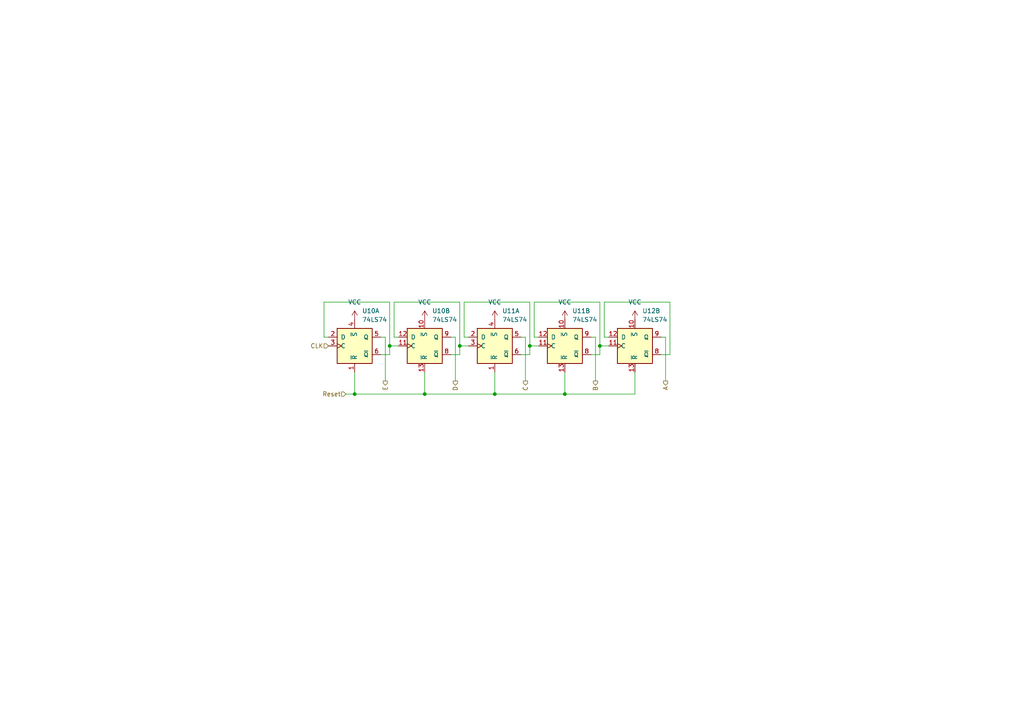
<source format=kicad_sch>
(kicad_sch
	(version 20250114)
	(generator "eeschema")
	(generator_version "9.0")
	(uuid "2ea0c425-7a21-43fb-96a5-dbde9ea3c233")
	(paper "A4")
	(lib_symbols
		(symbol "74xx:74LS74"
			(pin_names
				(offset 1.016)
			)
			(exclude_from_sim no)
			(in_bom yes)
			(on_board yes)
			(property "Reference" "U"
				(at -7.62 8.89 0)
				(effects
					(font
						(size 1.27 1.27)
					)
				)
			)
			(property "Value" "74LS74"
				(at -7.62 -8.89 0)
				(effects
					(font
						(size 1.27 1.27)
					)
				)
			)
			(property "Footprint" ""
				(at 0 0 0)
				(effects
					(font
						(size 1.27 1.27)
					)
					(hide yes)
				)
			)
			(property "Datasheet" "74xx/74hc_hct74.pdf"
				(at 0 0 0)
				(effects
					(font
						(size 1.27 1.27)
					)
					(hide yes)
				)
			)
			(property "Description" "Dual D Flip-flop, Set & Reset"
				(at 0 0 0)
				(effects
					(font
						(size 1.27 1.27)
					)
					(hide yes)
				)
			)
			(property "ki_locked" ""
				(at 0 0 0)
				(effects
					(font
						(size 1.27 1.27)
					)
				)
			)
			(property "ki_keywords" "TTL DFF"
				(at 0 0 0)
				(effects
					(font
						(size 1.27 1.27)
					)
					(hide yes)
				)
			)
			(property "ki_fp_filters" "DIP*W7.62mm*"
				(at 0 0 0)
				(effects
					(font
						(size 1.27 1.27)
					)
					(hide yes)
				)
			)
			(symbol "74LS74_1_0"
				(pin input line
					(at -7.62 2.54 0)
					(length 2.54)
					(name "D"
						(effects
							(font
								(size 1.27 1.27)
							)
						)
					)
					(number "2"
						(effects
							(font
								(size 1.27 1.27)
							)
						)
					)
				)
				(pin input clock
					(at -7.62 0 0)
					(length 2.54)
					(name "C"
						(effects
							(font
								(size 1.27 1.27)
							)
						)
					)
					(number "3"
						(effects
							(font
								(size 1.27 1.27)
							)
						)
					)
				)
				(pin input line
					(at 0 7.62 270)
					(length 2.54)
					(name "~{S}"
						(effects
							(font
								(size 1.27 1.27)
							)
						)
					)
					(number "4"
						(effects
							(font
								(size 1.27 1.27)
							)
						)
					)
				)
				(pin input line
					(at 0 -7.62 90)
					(length 2.54)
					(name "~{R}"
						(effects
							(font
								(size 1.27 1.27)
							)
						)
					)
					(number "1"
						(effects
							(font
								(size 1.27 1.27)
							)
						)
					)
				)
				(pin output line
					(at 7.62 2.54 180)
					(length 2.54)
					(name "Q"
						(effects
							(font
								(size 1.27 1.27)
							)
						)
					)
					(number "5"
						(effects
							(font
								(size 1.27 1.27)
							)
						)
					)
				)
				(pin output line
					(at 7.62 -2.54 180)
					(length 2.54)
					(name "~{Q}"
						(effects
							(font
								(size 1.27 1.27)
							)
						)
					)
					(number "6"
						(effects
							(font
								(size 1.27 1.27)
							)
						)
					)
				)
			)
			(symbol "74LS74_1_1"
				(rectangle
					(start -5.08 5.08)
					(end 5.08 -5.08)
					(stroke
						(width 0.254)
						(type default)
					)
					(fill
						(type background)
					)
				)
			)
			(symbol "74LS74_2_0"
				(pin input line
					(at -7.62 2.54 0)
					(length 2.54)
					(name "D"
						(effects
							(font
								(size 1.27 1.27)
							)
						)
					)
					(number "12"
						(effects
							(font
								(size 1.27 1.27)
							)
						)
					)
				)
				(pin input clock
					(at -7.62 0 0)
					(length 2.54)
					(name "C"
						(effects
							(font
								(size 1.27 1.27)
							)
						)
					)
					(number "11"
						(effects
							(font
								(size 1.27 1.27)
							)
						)
					)
				)
				(pin input line
					(at 0 7.62 270)
					(length 2.54)
					(name "~{S}"
						(effects
							(font
								(size 1.27 1.27)
							)
						)
					)
					(number "10"
						(effects
							(font
								(size 1.27 1.27)
							)
						)
					)
				)
				(pin input line
					(at 0 -7.62 90)
					(length 2.54)
					(name "~{R}"
						(effects
							(font
								(size 1.27 1.27)
							)
						)
					)
					(number "13"
						(effects
							(font
								(size 1.27 1.27)
							)
						)
					)
				)
				(pin output line
					(at 7.62 2.54 180)
					(length 2.54)
					(name "Q"
						(effects
							(font
								(size 1.27 1.27)
							)
						)
					)
					(number "9"
						(effects
							(font
								(size 1.27 1.27)
							)
						)
					)
				)
				(pin output line
					(at 7.62 -2.54 180)
					(length 2.54)
					(name "~{Q}"
						(effects
							(font
								(size 1.27 1.27)
							)
						)
					)
					(number "8"
						(effects
							(font
								(size 1.27 1.27)
							)
						)
					)
				)
			)
			(symbol "74LS74_2_1"
				(rectangle
					(start -5.08 5.08)
					(end 5.08 -5.08)
					(stroke
						(width 0.254)
						(type default)
					)
					(fill
						(type background)
					)
				)
			)
			(symbol "74LS74_3_0"
				(pin power_in line
					(at 0 10.16 270)
					(length 2.54)
					(name "VCC"
						(effects
							(font
								(size 1.27 1.27)
							)
						)
					)
					(number "14"
						(effects
							(font
								(size 1.27 1.27)
							)
						)
					)
				)
				(pin power_in line
					(at 0 -10.16 90)
					(length 2.54)
					(name "GND"
						(effects
							(font
								(size 1.27 1.27)
							)
						)
					)
					(number "7"
						(effects
							(font
								(size 1.27 1.27)
							)
						)
					)
				)
			)
			(symbol "74LS74_3_1"
				(rectangle
					(start -5.08 7.62)
					(end 5.08 -7.62)
					(stroke
						(width 0.254)
						(type default)
					)
					(fill
						(type background)
					)
				)
			)
			(embedded_fonts no)
		)
		(symbol "power:VCC"
			(power)
			(pin_numbers
				(hide yes)
			)
			(pin_names
				(offset 0)
				(hide yes)
			)
			(exclude_from_sim no)
			(in_bom yes)
			(on_board yes)
			(property "Reference" "#PWR"
				(at 0 -3.81 0)
				(effects
					(font
						(size 1.27 1.27)
					)
					(hide yes)
				)
			)
			(property "Value" "VCC"
				(at 0 3.556 0)
				(effects
					(font
						(size 1.27 1.27)
					)
				)
			)
			(property "Footprint" ""
				(at 0 0 0)
				(effects
					(font
						(size 1.27 1.27)
					)
					(hide yes)
				)
			)
			(property "Datasheet" ""
				(at 0 0 0)
				(effects
					(font
						(size 1.27 1.27)
					)
					(hide yes)
				)
			)
			(property "Description" "Power symbol creates a global label with name \"VCC\""
				(at 0 0 0)
				(effects
					(font
						(size 1.27 1.27)
					)
					(hide yes)
				)
			)
			(property "ki_keywords" "global power"
				(at 0 0 0)
				(effects
					(font
						(size 1.27 1.27)
					)
					(hide yes)
				)
			)
			(symbol "VCC_0_1"
				(polyline
					(pts
						(xy -0.762 1.27) (xy 0 2.54)
					)
					(stroke
						(width 0)
						(type default)
					)
					(fill
						(type none)
					)
				)
				(polyline
					(pts
						(xy 0 2.54) (xy 0.762 1.27)
					)
					(stroke
						(width 0)
						(type default)
					)
					(fill
						(type none)
					)
				)
				(polyline
					(pts
						(xy 0 0) (xy 0 2.54)
					)
					(stroke
						(width 0)
						(type default)
					)
					(fill
						(type none)
					)
				)
			)
			(symbol "VCC_1_1"
				(pin power_in line
					(at 0 0 90)
					(length 0)
					(name "~"
						(effects
							(font
								(size 1.27 1.27)
							)
						)
					)
					(number "1"
						(effects
							(font
								(size 1.27 1.27)
							)
						)
					)
				)
			)
			(embedded_fonts no)
		)
	)
	(junction
		(at 173.99 100.33)
		(diameter 0)
		(color 0 0 0 0)
		(uuid "4d69a7ae-5f33-4946-9f77-edd947f9f272")
	)
	(junction
		(at 133.35 100.33)
		(diameter 0)
		(color 0 0 0 0)
		(uuid "5ff85470-c11c-4541-b1b3-ceff7aa96967")
	)
	(junction
		(at 153.67 100.33)
		(diameter 0)
		(color 0 0 0 0)
		(uuid "716fbd6b-076b-4d3e-84a2-d74df9022b2f")
	)
	(junction
		(at 123.19 114.3)
		(diameter 0)
		(color 0 0 0 0)
		(uuid "737780c4-8e5a-49e0-ae36-f5481461ad76")
	)
	(junction
		(at 143.51 114.3)
		(diameter 0)
		(color 0 0 0 0)
		(uuid "9434c40e-670c-48aa-ac50-85944dfb5343")
	)
	(junction
		(at 163.83 114.3)
		(diameter 0)
		(color 0 0 0 0)
		(uuid "ae851787-83f4-406e-a806-b28ab505a89f")
	)
	(junction
		(at 102.87 114.3)
		(diameter 0)
		(color 0 0 0 0)
		(uuid "bbf06729-5078-4a10-9c8f-98d6d4673441")
	)
	(junction
		(at 113.03 100.33)
		(diameter 0)
		(color 0 0 0 0)
		(uuid "e4e0abb9-2c11-458b-a9bc-19a6d7da0a43")
	)
	(wire
		(pts
			(xy 111.76 97.79) (xy 111.76 110.49)
		)
		(stroke
			(width 0)
			(type default)
		)
		(uuid "0077fd50-9589-4103-a86c-7f312bd8905d")
	)
	(wire
		(pts
			(xy 113.03 87.63) (xy 93.98 87.63)
		)
		(stroke
			(width 0)
			(type default)
		)
		(uuid "0b82c3a0-2218-4698-bdfe-a36177260660")
	)
	(wire
		(pts
			(xy 163.83 114.3) (xy 163.83 107.95)
		)
		(stroke
			(width 0)
			(type default)
		)
		(uuid "10b9fd7c-7662-4c10-a4f7-ad69399cf49b")
	)
	(wire
		(pts
			(xy 193.04 97.79) (xy 193.04 110.49)
		)
		(stroke
			(width 0)
			(type default)
		)
		(uuid "1849ea8e-be66-49e1-93bc-30af21f7c51c")
	)
	(wire
		(pts
			(xy 134.62 87.63) (xy 134.62 97.79)
		)
		(stroke
			(width 0)
			(type default)
		)
		(uuid "1c1bad05-04e2-40ff-8991-49eb41e38d3d")
	)
	(wire
		(pts
			(xy 113.03 102.87) (xy 113.03 100.33)
		)
		(stroke
			(width 0)
			(type default)
		)
		(uuid "2187b594-5455-4237-aea3-acd16bbe34d1")
	)
	(wire
		(pts
			(xy 171.45 97.79) (xy 172.72 97.79)
		)
		(stroke
			(width 0)
			(type default)
		)
		(uuid "25ed0c34-75be-49fc-bde6-5f572dc101ca")
	)
	(wire
		(pts
			(xy 143.51 107.95) (xy 143.51 114.3)
		)
		(stroke
			(width 0)
			(type default)
		)
		(uuid "2731a842-5bd1-4191-9b63-72f346bc0fc7")
	)
	(wire
		(pts
			(xy 133.35 87.63) (xy 114.3 87.63)
		)
		(stroke
			(width 0)
			(type default)
		)
		(uuid "283642e8-077b-4ee8-ace9-07a9b5b8d3de")
	)
	(wire
		(pts
			(xy 154.94 97.79) (xy 156.21 97.79)
		)
		(stroke
			(width 0)
			(type default)
		)
		(uuid "29a7670f-9802-4099-992a-dc4278dbc6bc")
	)
	(wire
		(pts
			(xy 143.51 114.3) (xy 163.83 114.3)
		)
		(stroke
			(width 0)
			(type default)
		)
		(uuid "2b709d46-c219-48a6-afc9-48621f9df2a6")
	)
	(wire
		(pts
			(xy 113.03 100.33) (xy 115.57 100.33)
		)
		(stroke
			(width 0)
			(type default)
		)
		(uuid "2e9edde1-7235-4f7e-b112-6cac195ad7b3")
	)
	(wire
		(pts
			(xy 110.49 97.79) (xy 111.76 97.79)
		)
		(stroke
			(width 0)
			(type default)
		)
		(uuid "355b4db8-3f48-40a3-b479-5d516070f90b")
	)
	(wire
		(pts
			(xy 134.62 97.79) (xy 135.89 97.79)
		)
		(stroke
			(width 0)
			(type default)
		)
		(uuid "3696e125-0dc0-4eaa-a82a-960c18b85a09")
	)
	(wire
		(pts
			(xy 175.26 87.63) (xy 175.26 97.79)
		)
		(stroke
			(width 0)
			(type default)
		)
		(uuid "3be945b5-ed87-4683-97b5-024b2102196b")
	)
	(wire
		(pts
			(xy 173.99 100.33) (xy 173.99 87.63)
		)
		(stroke
			(width 0)
			(type default)
		)
		(uuid "44f3a246-dc4b-4619-b4d8-c6ed0143efc8")
	)
	(wire
		(pts
			(xy 184.15 114.3) (xy 184.15 107.95)
		)
		(stroke
			(width 0)
			(type default)
		)
		(uuid "48e4d011-e8d9-4376-bd6b-3e488415f987")
	)
	(wire
		(pts
			(xy 154.94 87.63) (xy 154.94 97.79)
		)
		(stroke
			(width 0)
			(type default)
		)
		(uuid "552d3954-2955-4656-b86c-c5b7a8b02a62")
	)
	(wire
		(pts
			(xy 175.26 97.79) (xy 176.53 97.79)
		)
		(stroke
			(width 0)
			(type default)
		)
		(uuid "5b0a7679-9842-47a0-ab4d-a707f76fe347")
	)
	(wire
		(pts
			(xy 93.98 97.79) (xy 95.25 97.79)
		)
		(stroke
			(width 0)
			(type default)
		)
		(uuid "5c7419a7-6fa8-4e8f-b2ef-c086dc51fb51")
	)
	(wire
		(pts
			(xy 93.98 87.63) (xy 93.98 97.79)
		)
		(stroke
			(width 0)
			(type default)
		)
		(uuid "673b42d7-94ef-49e3-9638-fe09f953c200")
	)
	(wire
		(pts
			(xy 191.77 102.87) (xy 194.31 102.87)
		)
		(stroke
			(width 0)
			(type default)
		)
		(uuid "69e1fb1a-ecc3-440b-90fb-aa8ed10a4a57")
	)
	(wire
		(pts
			(xy 151.13 97.79) (xy 152.4 97.79)
		)
		(stroke
			(width 0)
			(type default)
		)
		(uuid "7550e67f-e6c4-45c3-aea9-382243c970c4")
	)
	(wire
		(pts
			(xy 153.67 87.63) (xy 134.62 87.63)
		)
		(stroke
			(width 0)
			(type default)
		)
		(uuid "78140e32-b09a-487a-94ed-541f465aee8d")
	)
	(wire
		(pts
			(xy 194.31 87.63) (xy 175.26 87.63)
		)
		(stroke
			(width 0)
			(type default)
		)
		(uuid "7bcd39fb-7968-481e-8cdc-7d869396a4f6")
	)
	(wire
		(pts
			(xy 102.87 114.3) (xy 102.87 107.95)
		)
		(stroke
			(width 0)
			(type default)
		)
		(uuid "8660d82f-6860-4c05-be5c-3b40a55f3e60")
	)
	(wire
		(pts
			(xy 172.72 97.79) (xy 172.72 110.49)
		)
		(stroke
			(width 0)
			(type default)
		)
		(uuid "88c3325a-05d9-42dc-9b26-06a3f4591f68")
	)
	(wire
		(pts
			(xy 173.99 100.33) (xy 176.53 100.33)
		)
		(stroke
			(width 0)
			(type default)
		)
		(uuid "89693958-f5be-4d0a-b2aa-9f4a5e65ee9e")
	)
	(wire
		(pts
			(xy 153.67 102.87) (xy 153.67 100.33)
		)
		(stroke
			(width 0)
			(type default)
		)
		(uuid "9ac95062-3bd6-48f4-9097-6df0b1585aad")
	)
	(wire
		(pts
			(xy 100.33 114.3) (xy 102.87 114.3)
		)
		(stroke
			(width 0)
			(type default)
		)
		(uuid "9cf7c105-fdb7-4d34-9474-a8be48ffb874")
	)
	(wire
		(pts
			(xy 113.03 100.33) (xy 113.03 87.63)
		)
		(stroke
			(width 0)
			(type default)
		)
		(uuid "9eff6cb2-6c2e-4b0f-9bda-f114347f0bce")
	)
	(wire
		(pts
			(xy 130.81 97.79) (xy 132.08 97.79)
		)
		(stroke
			(width 0)
			(type default)
		)
		(uuid "a02297e5-08b9-4085-bbe2-fbfdead01d85")
	)
	(wire
		(pts
			(xy 133.35 100.33) (xy 133.35 87.63)
		)
		(stroke
			(width 0)
			(type default)
		)
		(uuid "a35228ab-ce64-489f-9c8f-90c3eb553198")
	)
	(wire
		(pts
			(xy 173.99 102.87) (xy 173.99 100.33)
		)
		(stroke
			(width 0)
			(type default)
		)
		(uuid "a5da6fd8-f990-44dc-8845-cc8fc62d8db5")
	)
	(wire
		(pts
			(xy 133.35 100.33) (xy 135.89 100.33)
		)
		(stroke
			(width 0)
			(type default)
		)
		(uuid "a9d33fcb-a447-4924-8076-f1bea8d244b6")
	)
	(wire
		(pts
			(xy 152.4 97.79) (xy 152.4 110.49)
		)
		(stroke
			(width 0)
			(type default)
		)
		(uuid "afe339ad-0a6a-45b7-ac87-9064d175d42e")
	)
	(wire
		(pts
			(xy 194.31 102.87) (xy 194.31 87.63)
		)
		(stroke
			(width 0)
			(type default)
		)
		(uuid "b08e351e-9a3e-4ace-b60c-afba9ca19d85")
	)
	(wire
		(pts
			(xy 133.35 102.87) (xy 133.35 100.33)
		)
		(stroke
			(width 0)
			(type default)
		)
		(uuid "b553747c-fa40-40c4-9f77-93cfd26dccf0")
	)
	(wire
		(pts
			(xy 171.45 102.87) (xy 173.99 102.87)
		)
		(stroke
			(width 0)
			(type default)
		)
		(uuid "b9be0937-053b-4818-9978-9efea1b8bc5c")
	)
	(wire
		(pts
			(xy 151.13 102.87) (xy 153.67 102.87)
		)
		(stroke
			(width 0)
			(type default)
		)
		(uuid "c1c730e3-b9d6-4303-9188-f12137bef976")
	)
	(wire
		(pts
			(xy 114.3 97.79) (xy 115.57 97.79)
		)
		(stroke
			(width 0)
			(type default)
		)
		(uuid "c71d7cea-6c76-44ba-ba53-97d28f2b15c2")
	)
	(wire
		(pts
			(xy 130.81 102.87) (xy 133.35 102.87)
		)
		(stroke
			(width 0)
			(type default)
		)
		(uuid "cb3872e7-57f8-45a4-b15c-c05f25d73282")
	)
	(wire
		(pts
			(xy 132.08 97.79) (xy 132.08 110.49)
		)
		(stroke
			(width 0)
			(type default)
		)
		(uuid "cd54601d-fb2d-46c2-8cd2-072677d06f88")
	)
	(wire
		(pts
			(xy 110.49 102.87) (xy 113.03 102.87)
		)
		(stroke
			(width 0)
			(type default)
		)
		(uuid "cfc97c75-a0fb-400f-95f7-0fd55197524a")
	)
	(wire
		(pts
			(xy 163.83 114.3) (xy 184.15 114.3)
		)
		(stroke
			(width 0)
			(type default)
		)
		(uuid "d203a60a-d3ea-4a34-8de2-b4b85c0f623e")
	)
	(wire
		(pts
			(xy 102.87 114.3) (xy 123.19 114.3)
		)
		(stroke
			(width 0)
			(type default)
		)
		(uuid "d72f63e7-6342-4a9e-b539-ae5fde0d39c4")
	)
	(wire
		(pts
			(xy 173.99 87.63) (xy 154.94 87.63)
		)
		(stroke
			(width 0)
			(type default)
		)
		(uuid "d84c76fa-2c7e-41e7-881b-1f8de96a968d")
	)
	(wire
		(pts
			(xy 123.19 114.3) (xy 143.51 114.3)
		)
		(stroke
			(width 0)
			(type default)
		)
		(uuid "e19abe37-8455-4493-ad67-76ec6a2721b5")
	)
	(wire
		(pts
			(xy 114.3 87.63) (xy 114.3 97.79)
		)
		(stroke
			(width 0)
			(type default)
		)
		(uuid "e3c3f0e6-3fcb-4e94-b55a-43a6de593940")
	)
	(wire
		(pts
			(xy 123.19 114.3) (xy 123.19 107.95)
		)
		(stroke
			(width 0)
			(type default)
		)
		(uuid "f904e80d-8c1c-4209-93e3-88ac730f3b16")
	)
	(wire
		(pts
			(xy 153.67 100.33) (xy 156.21 100.33)
		)
		(stroke
			(width 0)
			(type default)
		)
		(uuid "f94dce31-72c3-4a42-b997-3f3d559dd9a4")
	)
	(wire
		(pts
			(xy 153.67 100.33) (xy 153.67 87.63)
		)
		(stroke
			(width 0)
			(type default)
		)
		(uuid "f96537f6-4196-4b0a-b768-4ccfa77316b3")
	)
	(wire
		(pts
			(xy 191.77 97.79) (xy 193.04 97.79)
		)
		(stroke
			(width 0)
			(type default)
		)
		(uuid "fb7f01b7-7629-4631-8688-2415f8591c43")
	)
	(hierarchical_label "CLK"
		(shape input)
		(at 95.25 100.33 180)
		(effects
			(font
				(size 1.27 1.27)
			)
			(justify right)
		)
		(uuid "30a6e8f2-df2a-492b-a377-c31a542060d4")
	)
	(hierarchical_label "D"
		(shape output)
		(at 132.08 110.49 270)
		(effects
			(font
				(size 1.27 1.27)
			)
			(justify right)
		)
		(uuid "36ec677f-7659-4436-998e-757a18687bb8")
	)
	(hierarchical_label "C"
		(shape output)
		(at 152.4 110.49 270)
		(effects
			(font
				(size 1.27 1.27)
			)
			(justify right)
		)
		(uuid "3efe5ae2-963a-4f85-a786-cb3f1fe62a4b")
	)
	(hierarchical_label "A"
		(shape output)
		(at 193.04 110.49 270)
		(effects
			(font
				(size 1.27 1.27)
			)
			(justify right)
		)
		(uuid "8b71badc-426c-4ca3-ac14-32681315a068")
	)
	(hierarchical_label "Reset"
		(shape input)
		(at 100.33 114.3 180)
		(effects
			(font
				(size 1.27 1.27)
			)
			(justify right)
		)
		(uuid "96d14c19-365b-4942-bd07-6741b2e2cabd")
	)
	(hierarchical_label "B"
		(shape output)
		(at 172.72 110.49 270)
		(effects
			(font
				(size 1.27 1.27)
			)
			(justify right)
		)
		(uuid "a93543de-025e-4dcf-8394-3da07d559a8a")
	)
	(hierarchical_label "E"
		(shape output)
		(at 111.76 110.49 270)
		(effects
			(font
				(size 1.27 1.27)
			)
			(justify right)
		)
		(uuid "aea63998-202d-4b3b-b195-464c21e08002")
	)
	(symbol
		(lib_id "74xx:74LS74")
		(at 163.83 100.33 0)
		(unit 2)
		(exclude_from_sim no)
		(in_bom yes)
		(on_board yes)
		(dnp no)
		(fields_autoplaced yes)
		(uuid "14ed48b3-bc3b-42ed-bff0-4b6797628e1d")
		(property "Reference" "U11"
			(at 165.9733 90.17 0)
			(effects
				(font
					(size 1.27 1.27)
				)
				(justify left)
			)
		)
		(property "Value" "74LS74"
			(at 165.9733 92.71 0)
			(effects
				(font
					(size 1.27 1.27)
				)
				(justify left)
			)
		)
		(property "Footprint" ""
			(at 163.83 100.33 0)
			(effects
				(font
					(size 1.27 1.27)
				)
				(hide yes)
			)
		)
		(property "Datasheet" "74xx/74hc_hct74.pdf"
			(at 163.83 100.33 0)
			(effects
				(font
					(size 1.27 1.27)
				)
				(hide yes)
			)
		)
		(property "Description" "Dual D Flip-flop, Set & Reset"
			(at 163.83 100.33 0)
			(effects
				(font
					(size 1.27 1.27)
				)
				(hide yes)
			)
		)
		(pin "9"
			(uuid "0d57537f-c30c-4ee4-b64f-b0c95f057597")
		)
		(pin "1"
			(uuid "6272eb3a-a981-447c-810d-7ad82419cf66")
		)
		(pin "3"
			(uuid "26c36ae3-f65e-4a71-819b-f9632ad69d34")
		)
		(pin "4"
			(uuid "9a539545-eb69-45a1-b23f-342ea493efbc")
		)
		(pin "5"
			(uuid "0e46d249-33c9-4113-822b-629e91351417")
		)
		(pin "11"
			(uuid "bb7ef10c-da0c-40a0-a656-b36143936ec1")
		)
		(pin "12"
			(uuid "72a83987-5d4b-46d2-af69-e5b02009bda9")
		)
		(pin "13"
			(uuid "f25db9ba-1a10-475e-9bb2-5cde7df6aa3e")
		)
		(pin "8"
			(uuid "6a492cc3-a3f9-4937-911b-896b52026355")
		)
		(pin "2"
			(uuid "6c2cb0af-8949-42e6-82d8-32a542120afb")
		)
		(pin "6"
			(uuid "0ae80b68-970f-43c0-ab81-8b16042ae330")
		)
		(pin "10"
			(uuid "ccc477c6-04d3-4918-ac3d-87e8674f9ec2")
		)
		(pin "14"
			(uuid "cc25c743-ea38-4c95-a1f8-61af2c38473a")
		)
		(pin "7"
			(uuid "f28396f3-c893-405d-90c1-24f02becf781")
		)
		(instances
			(project "Subway Surfers"
				(path "/e8ee49b0-6c92-4580-8670-f3d8867d6cec/b73c5318-60b9-4774-b434-3aceb99fa164"
					(reference "U11")
					(unit 2)
				)
			)
		)
	)
	(symbol
		(lib_id "74xx:74LS74")
		(at 143.51 100.33 0)
		(unit 1)
		(exclude_from_sim no)
		(in_bom yes)
		(on_board yes)
		(dnp no)
		(fields_autoplaced yes)
		(uuid "5c6fa390-56be-432d-be11-3570ac24c10e")
		(property "Reference" "U11"
			(at 145.6533 90.17 0)
			(effects
				(font
					(size 1.27 1.27)
				)
				(justify left)
			)
		)
		(property "Value" "74LS74"
			(at 145.6533 92.71 0)
			(effects
				(font
					(size 1.27 1.27)
				)
				(justify left)
			)
		)
		(property "Footprint" ""
			(at 143.51 100.33 0)
			(effects
				(font
					(size 1.27 1.27)
				)
				(hide yes)
			)
		)
		(property "Datasheet" "74xx/74hc_hct74.pdf"
			(at 143.51 100.33 0)
			(effects
				(font
					(size 1.27 1.27)
				)
				(hide yes)
			)
		)
		(property "Description" "Dual D Flip-flop, Set & Reset"
			(at 143.51 100.33 0)
			(effects
				(font
					(size 1.27 1.27)
				)
				(hide yes)
			)
		)
		(pin "9"
			(uuid "1fc3e5f5-8eec-4c5d-bebd-b2f695cf3e50")
		)
		(pin "1"
			(uuid "8ebe339a-b14e-4de5-a83d-0b693b1a3f63")
		)
		(pin "3"
			(uuid "d1fc6063-4d71-4ed5-8bc6-b617fd686959")
		)
		(pin "4"
			(uuid "e4eac709-275d-4d67-b5d7-87675e588de6")
		)
		(pin "5"
			(uuid "a6beb522-de4d-4c67-ad6e-b2f55bdda2b6")
		)
		(pin "11"
			(uuid "10f95c12-f4df-4586-ba8e-d477c5906a7c")
		)
		(pin "12"
			(uuid "b97504b5-4e8a-4e05-b88e-5cf17b780942")
		)
		(pin "13"
			(uuid "63ccc156-832f-4752-a191-0d831bcdb2d2")
		)
		(pin "8"
			(uuid "68f07649-eae4-4908-bb2f-4567fddf2bc9")
		)
		(pin "2"
			(uuid "2ac0f140-09c6-49a2-84ed-b032d767f9b7")
		)
		(pin "6"
			(uuid "7b280ca9-601e-4610-a72e-d0b2bb8e14b8")
		)
		(pin "10"
			(uuid "5fd19a9c-43b5-4cea-afc2-d8ecd6793bd0")
		)
		(pin "14"
			(uuid "cc25c743-ea38-4c95-a1f8-61af2c384739")
		)
		(pin "7"
			(uuid "f28396f3-c893-405d-90c1-24f02becf780")
		)
		(instances
			(project "Subway Surfers"
				(path "/e8ee49b0-6c92-4580-8670-f3d8867d6cec/b73c5318-60b9-4774-b434-3aceb99fa164"
					(reference "U11")
					(unit 1)
				)
			)
		)
	)
	(symbol
		(lib_id "74xx:74LS74")
		(at 184.15 100.33 0)
		(unit 2)
		(exclude_from_sim no)
		(in_bom yes)
		(on_board yes)
		(dnp no)
		(fields_autoplaced yes)
		(uuid "78a98a11-3af8-41fe-8403-c425e13e73d9")
		(property "Reference" "U12"
			(at 186.2933 90.17 0)
			(effects
				(font
					(size 1.27 1.27)
				)
				(justify left)
			)
		)
		(property "Value" "74LS74"
			(at 186.2933 92.71 0)
			(effects
				(font
					(size 1.27 1.27)
				)
				(justify left)
			)
		)
		(property "Footprint" ""
			(at 184.15 100.33 0)
			(effects
				(font
					(size 1.27 1.27)
				)
				(hide yes)
			)
		)
		(property "Datasheet" "74xx/74hc_hct74.pdf"
			(at 184.15 100.33 0)
			(effects
				(font
					(size 1.27 1.27)
				)
				(hide yes)
			)
		)
		(property "Description" "Dual D Flip-flop, Set & Reset"
			(at 184.15 100.33 0)
			(effects
				(font
					(size 1.27 1.27)
				)
				(hide yes)
			)
		)
		(pin "9"
			(uuid "4191ef5f-1339-4768-a22f-e8e81f4659fc")
		)
		(pin "1"
			(uuid "6272eb3a-a981-447c-810d-7ad82419cf67")
		)
		(pin "3"
			(uuid "26c36ae3-f65e-4a71-819b-f9632ad69d35")
		)
		(pin "4"
			(uuid "9a539545-eb69-45a1-b23f-342ea493efbd")
		)
		(pin "5"
			(uuid "0e46d249-33c9-4113-822b-629e91351418")
		)
		(pin "11"
			(uuid "bf07bdaa-e293-4c6b-a18b-0f2f705ea830")
		)
		(pin "12"
			(uuid "d1a79a95-bb1b-41bb-bada-70e80a2a141a")
		)
		(pin "13"
			(uuid "e718aa30-be7e-49b3-95f0-102bb6b67970")
		)
		(pin "8"
			(uuid "2280509a-29cf-4917-80e0-684da9661fe6")
		)
		(pin "2"
			(uuid "6c2cb0af-8949-42e6-82d8-32a542120afc")
		)
		(pin "6"
			(uuid "0ae80b68-970f-43c0-ab81-8b16042ae331")
		)
		(pin "10"
			(uuid "43535e5a-3759-4f51-a517-998459aa5331")
		)
		(pin "14"
			(uuid "cc25c743-ea38-4c95-a1f8-61af2c38473b")
		)
		(pin "7"
			(uuid "f28396f3-c893-405d-90c1-24f02becf782")
		)
		(instances
			(project "Subway Surfers"
				(path "/e8ee49b0-6c92-4580-8670-f3d8867d6cec/b73c5318-60b9-4774-b434-3aceb99fa164"
					(reference "U12")
					(unit 2)
				)
			)
		)
	)
	(symbol
		(lib_id "74xx:74LS74")
		(at 123.19 100.33 0)
		(unit 2)
		(exclude_from_sim no)
		(in_bom yes)
		(on_board yes)
		(dnp no)
		(fields_autoplaced yes)
		(uuid "7a53d6c5-f65c-4187-af15-00eac8802484")
		(property "Reference" "U10"
			(at 125.3333 90.17 0)
			(effects
				(font
					(size 1.27 1.27)
				)
				(justify left)
			)
		)
		(property "Value" "74LS74"
			(at 125.3333 92.71 0)
			(effects
				(font
					(size 1.27 1.27)
				)
				(justify left)
			)
		)
		(property "Footprint" ""
			(at 123.19 100.33 0)
			(effects
				(font
					(size 1.27 1.27)
				)
				(hide yes)
			)
		)
		(property "Datasheet" "74xx/74hc_hct74.pdf"
			(at 123.19 100.33 0)
			(effects
				(font
					(size 1.27 1.27)
				)
				(hide yes)
			)
		)
		(property "Description" "Dual D Flip-flop, Set & Reset"
			(at 123.19 100.33 0)
			(effects
				(font
					(size 1.27 1.27)
				)
				(hide yes)
			)
		)
		(pin "9"
			(uuid "1fc3e5f5-8eec-4c5d-bebd-b2f695cf3e51")
		)
		(pin "1"
			(uuid "6272eb3a-a981-447c-810d-7ad82419cf65")
		)
		(pin "3"
			(uuid "26c36ae3-f65e-4a71-819b-f9632ad69d33")
		)
		(pin "4"
			(uuid "9a539545-eb69-45a1-b23f-342ea493efbb")
		)
		(pin "5"
			(uuid "0e46d249-33c9-4113-822b-629e91351416")
		)
		(pin "11"
			(uuid "10f95c12-f4df-4586-ba8e-d477c5906a7d")
		)
		(pin "12"
			(uuid "b97504b5-4e8a-4e05-b88e-5cf17b780943")
		)
		(pin "13"
			(uuid "63ccc156-832f-4752-a191-0d831bcdb2d3")
		)
		(pin "8"
			(uuid "68f07649-eae4-4908-bb2f-4567fddf2bca")
		)
		(pin "2"
			(uuid "6c2cb0af-8949-42e6-82d8-32a542120afa")
		)
		(pin "6"
			(uuid "0ae80b68-970f-43c0-ab81-8b16042ae32f")
		)
		(pin "10"
			(uuid "5fd19a9c-43b5-4cea-afc2-d8ecd6793bd1")
		)
		(pin "14"
			(uuid "cc25c743-ea38-4c95-a1f8-61af2c38473c")
		)
		(pin "7"
			(uuid "f28396f3-c893-405d-90c1-24f02becf783")
		)
		(instances
			(project ""
				(path "/e8ee49b0-6c92-4580-8670-f3d8867d6cec/b73c5318-60b9-4774-b434-3aceb99fa164"
					(reference "U10")
					(unit 2)
				)
			)
		)
	)
	(symbol
		(lib_id "power:VCC")
		(at 143.51 92.71 0)
		(unit 1)
		(exclude_from_sim no)
		(in_bom yes)
		(on_board yes)
		(dnp no)
		(fields_autoplaced yes)
		(uuid "7e94dabd-b94c-417e-a61f-04befc4666cb")
		(property "Reference" "#PWR088"
			(at 143.51 96.52 0)
			(effects
				(font
					(size 1.27 1.27)
				)
				(hide yes)
			)
		)
		(property "Value" "VCC"
			(at 143.51 87.63 0)
			(effects
				(font
					(size 1.27 1.27)
				)
			)
		)
		(property "Footprint" ""
			(at 143.51 92.71 0)
			(effects
				(font
					(size 1.27 1.27)
				)
				(hide yes)
			)
		)
		(property "Datasheet" ""
			(at 143.51 92.71 0)
			(effects
				(font
					(size 1.27 1.27)
				)
				(hide yes)
			)
		)
		(property "Description" "Power symbol creates a global label with name \"VCC\""
			(at 143.51 92.71 0)
			(effects
				(font
					(size 1.27 1.27)
				)
				(hide yes)
			)
		)
		(pin "1"
			(uuid "0c5d4493-733f-4ba5-8d95-4e17ac7fce87")
		)
		(instances
			(project "Subway Surfers"
				(path "/e8ee49b0-6c92-4580-8670-f3d8867d6cec/b73c5318-60b9-4774-b434-3aceb99fa164"
					(reference "#PWR088")
					(unit 1)
				)
			)
		)
	)
	(symbol
		(lib_id "power:VCC")
		(at 163.83 92.71 0)
		(unit 1)
		(exclude_from_sim no)
		(in_bom yes)
		(on_board yes)
		(dnp no)
		(fields_autoplaced yes)
		(uuid "8ac916bb-1ad8-42ca-8b0a-262aab5953f2")
		(property "Reference" "#PWR089"
			(at 163.83 96.52 0)
			(effects
				(font
					(size 1.27 1.27)
				)
				(hide yes)
			)
		)
		(property "Value" "VCC"
			(at 163.83 87.63 0)
			(effects
				(font
					(size 1.27 1.27)
				)
			)
		)
		(property "Footprint" ""
			(at 163.83 92.71 0)
			(effects
				(font
					(size 1.27 1.27)
				)
				(hide yes)
			)
		)
		(property "Datasheet" ""
			(at 163.83 92.71 0)
			(effects
				(font
					(size 1.27 1.27)
				)
				(hide yes)
			)
		)
		(property "Description" "Power symbol creates a global label with name \"VCC\""
			(at 163.83 92.71 0)
			(effects
				(font
					(size 1.27 1.27)
				)
				(hide yes)
			)
		)
		(pin "1"
			(uuid "87547d79-f725-4fae-9efd-c7e09d0d91b6")
		)
		(instances
			(project "Subway Surfers"
				(path "/e8ee49b0-6c92-4580-8670-f3d8867d6cec/b73c5318-60b9-4774-b434-3aceb99fa164"
					(reference "#PWR089")
					(unit 1)
				)
			)
		)
	)
	(symbol
		(lib_id "power:VCC")
		(at 184.15 92.71 0)
		(unit 1)
		(exclude_from_sim no)
		(in_bom yes)
		(on_board yes)
		(dnp no)
		(fields_autoplaced yes)
		(uuid "8ecfd047-d93b-40c0-8f7d-f492c30495e6")
		(property "Reference" "#PWR090"
			(at 184.15 96.52 0)
			(effects
				(font
					(size 1.27 1.27)
				)
				(hide yes)
			)
		)
		(property "Value" "VCC"
			(at 184.15 87.63 0)
			(effects
				(font
					(size 1.27 1.27)
				)
			)
		)
		(property "Footprint" ""
			(at 184.15 92.71 0)
			(effects
				(font
					(size 1.27 1.27)
				)
				(hide yes)
			)
		)
		(property "Datasheet" ""
			(at 184.15 92.71 0)
			(effects
				(font
					(size 1.27 1.27)
				)
				(hide yes)
			)
		)
		(property "Description" "Power symbol creates a global label with name \"VCC\""
			(at 184.15 92.71 0)
			(effects
				(font
					(size 1.27 1.27)
				)
				(hide yes)
			)
		)
		(pin "1"
			(uuid "605b4aa0-6866-4ff1-a2a3-2f3b7514f86d")
		)
		(instances
			(project "Subway Surfers"
				(path "/e8ee49b0-6c92-4580-8670-f3d8867d6cec/b73c5318-60b9-4774-b434-3aceb99fa164"
					(reference "#PWR090")
					(unit 1)
				)
			)
		)
	)
	(symbol
		(lib_id "power:VCC")
		(at 123.19 92.71 0)
		(unit 1)
		(exclude_from_sim no)
		(in_bom yes)
		(on_board yes)
		(dnp no)
		(fields_autoplaced yes)
		(uuid "bca77b18-5f7e-4c28-9be0-910e962b68cd")
		(property "Reference" "#PWR087"
			(at 123.19 96.52 0)
			(effects
				(font
					(size 1.27 1.27)
				)
				(hide yes)
			)
		)
		(property "Value" "VCC"
			(at 123.19 87.63 0)
			(effects
				(font
					(size 1.27 1.27)
				)
			)
		)
		(property "Footprint" ""
			(at 123.19 92.71 0)
			(effects
				(font
					(size 1.27 1.27)
				)
				(hide yes)
			)
		)
		(property "Datasheet" ""
			(at 123.19 92.71 0)
			(effects
				(font
					(size 1.27 1.27)
				)
				(hide yes)
			)
		)
		(property "Description" "Power symbol creates a global label with name \"VCC\""
			(at 123.19 92.71 0)
			(effects
				(font
					(size 1.27 1.27)
				)
				(hide yes)
			)
		)
		(pin "1"
			(uuid "6e65e48d-54f1-45fa-96d7-42818cb96323")
		)
		(instances
			(project "Subway Surfers"
				(path "/e8ee49b0-6c92-4580-8670-f3d8867d6cec/b73c5318-60b9-4774-b434-3aceb99fa164"
					(reference "#PWR087")
					(unit 1)
				)
			)
		)
	)
	(symbol
		(lib_id "power:VCC")
		(at 102.87 92.71 0)
		(unit 1)
		(exclude_from_sim no)
		(in_bom yes)
		(on_board yes)
		(dnp no)
		(fields_autoplaced yes)
		(uuid "df6d30c6-e65f-46cf-a0a0-b236b2ffc02f")
		(property "Reference" "#PWR056"
			(at 102.87 96.52 0)
			(effects
				(font
					(size 1.27 1.27)
				)
				(hide yes)
			)
		)
		(property "Value" "VCC"
			(at 102.87 87.63 0)
			(effects
				(font
					(size 1.27 1.27)
				)
			)
		)
		(property "Footprint" ""
			(at 102.87 92.71 0)
			(effects
				(font
					(size 1.27 1.27)
				)
				(hide yes)
			)
		)
		(property "Datasheet" ""
			(at 102.87 92.71 0)
			(effects
				(font
					(size 1.27 1.27)
				)
				(hide yes)
			)
		)
		(property "Description" "Power symbol creates a global label with name \"VCC\""
			(at 102.87 92.71 0)
			(effects
				(font
					(size 1.27 1.27)
				)
				(hide yes)
			)
		)
		(pin "1"
			(uuid "d0781c9e-e8bf-4e57-9d4e-aecf12b14cfe")
		)
		(instances
			(project ""
				(path "/e8ee49b0-6c92-4580-8670-f3d8867d6cec/b73c5318-60b9-4774-b434-3aceb99fa164"
					(reference "#PWR056")
					(unit 1)
				)
			)
		)
	)
	(symbol
		(lib_id "74xx:74LS74")
		(at 102.87 100.33 0)
		(unit 1)
		(exclude_from_sim no)
		(in_bom yes)
		(on_board yes)
		(dnp no)
		(fields_autoplaced yes)
		(uuid "dfcaa5f8-3ad7-4c9c-81be-f03bb9a54e04")
		(property "Reference" "U10"
			(at 105.0133 90.17 0)
			(effects
				(font
					(size 1.27 1.27)
				)
				(justify left)
			)
		)
		(property "Value" "74LS74"
			(at 105.0133 92.71 0)
			(effects
				(font
					(size 1.27 1.27)
				)
				(justify left)
			)
		)
		(property "Footprint" ""
			(at 102.87 100.33 0)
			(effects
				(font
					(size 1.27 1.27)
				)
				(hide yes)
			)
		)
		(property "Datasheet" "74xx/74hc_hct74.pdf"
			(at 102.87 100.33 0)
			(effects
				(font
					(size 1.27 1.27)
				)
				(hide yes)
			)
		)
		(property "Description" "Dual D Flip-flop, Set & Reset"
			(at 102.87 100.33 0)
			(effects
				(font
					(size 1.27 1.27)
				)
				(hide yes)
			)
		)
		(pin "9"
			(uuid "1fc3e5f5-8eec-4c5d-bebd-b2f695cf3e52")
		)
		(pin "1"
			(uuid "6272eb3a-a981-447c-810d-7ad82419cf68")
		)
		(pin "3"
			(uuid "26c36ae3-f65e-4a71-819b-f9632ad69d36")
		)
		(pin "4"
			(uuid "9a539545-eb69-45a1-b23f-342ea493efbe")
		)
		(pin "5"
			(uuid "0e46d249-33c9-4113-822b-629e91351419")
		)
		(pin "11"
			(uuid "10f95c12-f4df-4586-ba8e-d477c5906a7e")
		)
		(pin "12"
			(uuid "b97504b5-4e8a-4e05-b88e-5cf17b780944")
		)
		(pin "13"
			(uuid "63ccc156-832f-4752-a191-0d831bcdb2d4")
		)
		(pin "8"
			(uuid "68f07649-eae4-4908-bb2f-4567fddf2bcb")
		)
		(pin "2"
			(uuid "6c2cb0af-8949-42e6-82d8-32a542120afd")
		)
		(pin "6"
			(uuid "0ae80b68-970f-43c0-ab81-8b16042ae332")
		)
		(pin "10"
			(uuid "5fd19a9c-43b5-4cea-afc2-d8ecd6793bd2")
		)
		(pin "14"
			(uuid "cc25c743-ea38-4c95-a1f8-61af2c38473d")
		)
		(pin "7"
			(uuid "f28396f3-c893-405d-90c1-24f02becf784")
		)
		(instances
			(project ""
				(path "/e8ee49b0-6c92-4580-8670-f3d8867d6cec/b73c5318-60b9-4774-b434-3aceb99fa164"
					(reference "U10")
					(unit 1)
				)
			)
		)
	)
)

</source>
